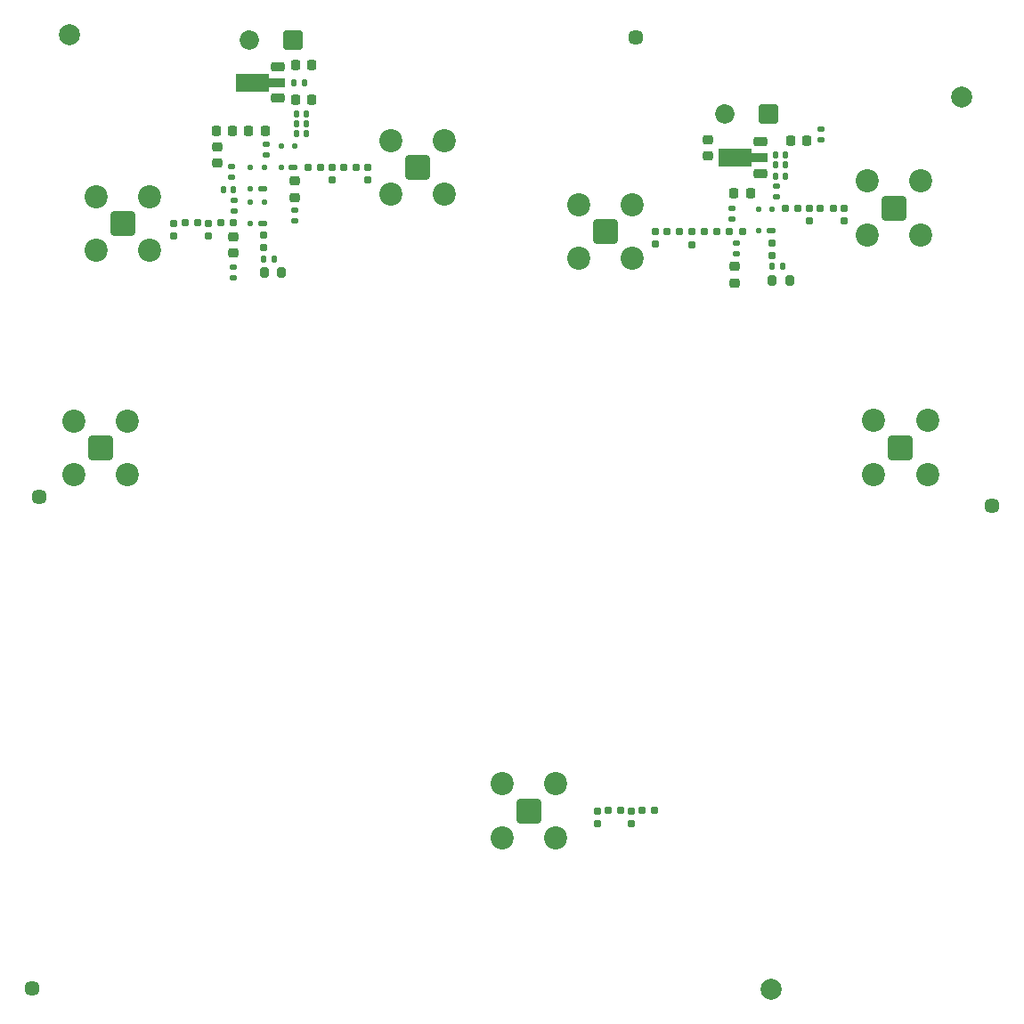
<source format=gts>
G04 #@! TF.GenerationSoftware,KiCad,Pcbnew,8.0.8-8.0.8-0~ubuntu24.04.1*
G04 #@! TF.CreationDate,2025-01-18T17:04:41+01:00*
G04 #@! TF.ProjectId,rf_lna,72665f6c-6e61-42e6-9b69-6361645f7063,rev?*
G04 #@! TF.SameCoordinates,Original*
G04 #@! TF.FileFunction,Soldermask,Top*
G04 #@! TF.FilePolarity,Negative*
%FSLAX46Y46*%
G04 Gerber Fmt 4.6, Leading zero omitted, Abs format (unit mm)*
G04 Created by KiCad (PCBNEW 8.0.8-8.0.8-0~ubuntu24.04.1) date 2025-01-18 17:04:41*
%MOMM*%
%LPD*%
G01*
G04 APERTURE LIST*
G04 Aperture macros list*
%AMRoundRect*
0 Rectangle with rounded corners*
0 $1 Rounding radius*
0 $2 $3 $4 $5 $6 $7 $8 $9 X,Y pos of 4 corners*
0 Add a 4 corners polygon primitive as box body*
4,1,4,$2,$3,$4,$5,$6,$7,$8,$9,$2,$3,0*
0 Add four circle primitives for the rounded corners*
1,1,$1+$1,$2,$3*
1,1,$1+$1,$4,$5*
1,1,$1+$1,$6,$7*
1,1,$1+$1,$8,$9*
0 Add four rect primitives between the rounded corners*
20,1,$1+$1,$2,$3,$4,$5,0*
20,1,$1+$1,$4,$5,$6,$7,0*
20,1,$1+$1,$6,$7,$8,$9,0*
20,1,$1+$1,$8,$9,$2,$3,0*%
%AMFreePoly0*
4,1,9,3.862500,-0.866500,0.737500,-0.866500,0.737500,-0.450000,-0.737500,-0.450000,-0.737500,0.450000,0.737500,0.450000,0.737500,0.866500,3.862500,0.866500,3.862500,-0.866500,3.862500,-0.866500,$1*%
G04 Aperture macros list end*
%ADD10C,1.448000*%
%ADD11C,2.000000*%
%ADD12RoundRect,0.135000X-0.185000X0.135000X-0.185000X-0.135000X0.185000X-0.135000X0.185000X0.135000X0*%
%ADD13RoundRect,0.160000X0.160000X-0.197500X0.160000X0.197500X-0.160000X0.197500X-0.160000X-0.197500X0*%
%ADD14RoundRect,0.218750X-0.256250X0.218750X-0.256250X-0.218750X0.256250X-0.218750X0.256250X0.218750X0*%
%ADD15RoundRect,0.160000X-0.197500X-0.160000X0.197500X-0.160000X0.197500X0.160000X-0.197500X0.160000X0*%
%ADD16RoundRect,0.140000X-0.140000X-0.170000X0.140000X-0.170000X0.140000X0.170000X-0.140000X0.170000X0*%
%ADD17RoundRect,0.200100X-0.949900X-0.949900X0.949900X-0.949900X0.949900X0.949900X-0.949900X0.949900X0*%
%ADD18C,2.200000*%
%ADD19RoundRect,0.200000X-0.200000X-0.275000X0.200000X-0.275000X0.200000X0.275000X-0.200000X0.275000X0*%
%ADD20RoundRect,0.225000X-0.225000X-0.250000X0.225000X-0.250000X0.225000X0.250000X-0.225000X0.250000X0*%
%ADD21RoundRect,0.125000X-0.125000X-0.165000X0.125000X-0.165000X0.125000X0.165000X-0.125000X0.165000X0*%
%ADD22RoundRect,0.145000X-0.255000X-0.145000X0.255000X-0.145000X0.255000X0.145000X-0.255000X0.145000X0*%
%ADD23RoundRect,0.250000X0.675000X0.675000X-0.675000X0.675000X-0.675000X-0.675000X0.675000X-0.675000X0*%
%ADD24C,1.850000*%
%ADD25RoundRect,0.218750X-0.218750X-0.256250X0.218750X-0.256250X0.218750X0.256250X-0.218750X0.256250X0*%
%ADD26RoundRect,0.200100X0.949900X0.949900X-0.949900X0.949900X-0.949900X-0.949900X0.949900X-0.949900X0*%
%ADD27RoundRect,0.160000X0.197500X0.160000X-0.197500X0.160000X-0.197500X-0.160000X0.197500X-0.160000X0*%
%ADD28RoundRect,0.218750X0.218750X0.256250X-0.218750X0.256250X-0.218750X-0.256250X0.218750X-0.256250X0*%
%ADD29RoundRect,0.135000X0.135000X0.185000X-0.135000X0.185000X-0.135000X-0.185000X0.135000X-0.185000X0*%
%ADD30RoundRect,0.160000X-0.160000X0.197500X-0.160000X-0.197500X0.160000X-0.197500X0.160000X0.197500X0*%
%ADD31RoundRect,0.225000X-0.250000X0.225000X-0.250000X-0.225000X0.250000X-0.225000X0.250000X0.225000X0*%
%ADD32RoundRect,0.225000X0.425000X0.225000X-0.425000X0.225000X-0.425000X-0.225000X0.425000X-0.225000X0*%
%ADD33FreePoly0,180.000000*%
%ADD34RoundRect,0.135000X0.185000X-0.135000X0.185000X0.135000X-0.185000X0.135000X-0.185000X-0.135000X0*%
G04 APERTURE END LIST*
D10*
X54220000Y-100040000D03*
X53560000Y-146770000D03*
X110930000Y-56380000D03*
X144860000Y-100870000D03*
D11*
X123830000Y-146850000D03*
X57090000Y-56110000D03*
X141940000Y-62070000D03*
D12*
X72700000Y-78200000D03*
X72700000Y-79220000D03*
D13*
X82100000Y-69900000D03*
X82100000Y-68705000D03*
D14*
X120400000Y-78112500D03*
X120400000Y-79687500D03*
D12*
X120500000Y-75890000D03*
X120500000Y-76910000D03*
D15*
X68102500Y-74000000D03*
X69297500Y-74000000D03*
D16*
X78720000Y-65500000D03*
X79680000Y-65500000D03*
D12*
X120100000Y-72590000D03*
X120100000Y-73610000D03*
D17*
X136150000Y-95350000D03*
D18*
X133600000Y-92800000D03*
X133600000Y-97900000D03*
X138700000Y-92800000D03*
X138700000Y-97900000D03*
D19*
X123925000Y-79450000D03*
X125575000Y-79450000D03*
D12*
X124312500Y-70530000D03*
X124312500Y-71550000D03*
D16*
X124220000Y-68500000D03*
X125180000Y-68500000D03*
D12*
X78500000Y-72790000D03*
X78500000Y-73810000D03*
D19*
X75625000Y-78700000D03*
X77275000Y-78700000D03*
D13*
X70370000Y-75227500D03*
X70370000Y-74032500D03*
X107290000Y-131107500D03*
X107290000Y-129912500D03*
D20*
X78625000Y-59000000D03*
X80175000Y-59000000D03*
D21*
X122650000Y-74700000D03*
X122650000Y-72680000D03*
D22*
X123800000Y-74700000D03*
D21*
X123950000Y-72680000D03*
D23*
X123612500Y-63640000D03*
D24*
X119412500Y-63640000D03*
D25*
X74162500Y-65250000D03*
X75737500Y-65250000D03*
D15*
X119900000Y-74800000D03*
X121095000Y-74800000D03*
D26*
X60100000Y-95400000D03*
D18*
X62650000Y-97950000D03*
X62650000Y-92850000D03*
X57550000Y-97950000D03*
X57550000Y-92850000D03*
D12*
X72550000Y-68630000D03*
X72550000Y-69650000D03*
D27*
X72697500Y-74000000D03*
X71502500Y-74000000D03*
D14*
X72680000Y-75312500D03*
X72680000Y-76887500D03*
D12*
X72750000Y-71865000D03*
X72750000Y-72885000D03*
D14*
X71150000Y-66762500D03*
X71150000Y-68337500D03*
D16*
X124220000Y-67500000D03*
X125180000Y-67500000D03*
D28*
X121887500Y-71200000D03*
X120312500Y-71200000D03*
D16*
X78720000Y-64550000D03*
X79680000Y-64550000D03*
D29*
X79510000Y-60650000D03*
X78490000Y-60650000D03*
D16*
X123940000Y-78150000D03*
X124900000Y-78150000D03*
D21*
X77250000Y-68710000D03*
X77250000Y-66690000D03*
D22*
X78400000Y-68710000D03*
D21*
X78550000Y-66690000D03*
D13*
X112820000Y-76027500D03*
X112820000Y-74832500D03*
D14*
X78500000Y-70012500D03*
X78500000Y-71587500D03*
D27*
X80997500Y-68700000D03*
X79802500Y-68700000D03*
D26*
X108075000Y-74800000D03*
D18*
X110625000Y-77350000D03*
X110625000Y-72250000D03*
X105525000Y-77350000D03*
X105525000Y-72250000D03*
D16*
X78720000Y-63600000D03*
X79680000Y-63600000D03*
D30*
X67050000Y-74027500D03*
X67050000Y-75222500D03*
D27*
X118672500Y-74795000D03*
X117477500Y-74795000D03*
D28*
X127237500Y-66200000D03*
X125662500Y-66200000D03*
D21*
X74337500Y-70710000D03*
X74337500Y-68690000D03*
D22*
X75487500Y-70710000D03*
D21*
X75637500Y-68690000D03*
D31*
X117812500Y-66065000D03*
X117812500Y-67615000D03*
D13*
X110550000Y-131117500D03*
X110550000Y-129922500D03*
X116275000Y-76047500D03*
X116275000Y-74852500D03*
D32*
X76950000Y-62150000D03*
D33*
X76862500Y-60650000D03*
D32*
X76950000Y-59150000D03*
D25*
X71062500Y-65250000D03*
X72637500Y-65250000D03*
D27*
X112787500Y-129890000D03*
X111592500Y-129890000D03*
X109507500Y-129890000D03*
X108312500Y-129890000D03*
D12*
X75800000Y-66490000D03*
X75800000Y-67510000D03*
D13*
X123900000Y-77097500D03*
X123900000Y-75902500D03*
D26*
X62175000Y-74050000D03*
D18*
X64725000Y-76600000D03*
X64725000Y-71500000D03*
X59625000Y-76600000D03*
X59625000Y-71500000D03*
D27*
X115120000Y-74800000D03*
X113925000Y-74800000D03*
D26*
X100825000Y-129900000D03*
D18*
X103375000Y-132450000D03*
X103375000Y-127350000D03*
X98275000Y-132450000D03*
X98275000Y-127350000D03*
D27*
X129722500Y-72600000D03*
X128527500Y-72600000D03*
D32*
X122812500Y-69302500D03*
D33*
X122725000Y-67802500D03*
D32*
X122812500Y-66302500D03*
D23*
X78400000Y-56600000D03*
D24*
X74200000Y-56600000D03*
D17*
X135550000Y-72575000D03*
D18*
X133000000Y-70025000D03*
X133000000Y-75125000D03*
X138100000Y-70025000D03*
X138100000Y-75125000D03*
D30*
X75605427Y-75148907D03*
X75605427Y-76343907D03*
D16*
X71770000Y-70875000D03*
X72730000Y-70875000D03*
X75620000Y-77400000D03*
X76580000Y-77400000D03*
D13*
X130775000Y-73822500D03*
X130775000Y-72627500D03*
D28*
X80187500Y-62250000D03*
X78612500Y-62250000D03*
D16*
X124220000Y-69550000D03*
X125180000Y-69550000D03*
D27*
X84397500Y-68700000D03*
X83202500Y-68700000D03*
D21*
X74337500Y-74060000D03*
X74337500Y-72040000D03*
D22*
X75487500Y-74060000D03*
D21*
X75637500Y-72040000D03*
D17*
X90220000Y-68730000D03*
D18*
X87670000Y-66180000D03*
X87670000Y-71280000D03*
X92770000Y-66180000D03*
X92770000Y-71280000D03*
D13*
X85500000Y-69897500D03*
X85500000Y-68702500D03*
D34*
X128550000Y-66110000D03*
X128550000Y-65090000D03*
D27*
X126347500Y-72600000D03*
X125152500Y-72600000D03*
D13*
X127450000Y-73822500D03*
X127450000Y-72627500D03*
M02*

</source>
